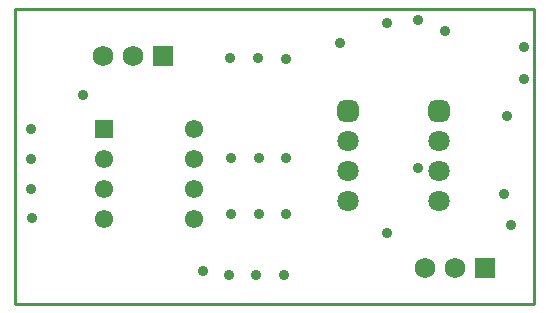
<source format=gbs>
G04*
G04 #@! TF.GenerationSoftware,Altium Limited,Altium Designer,20.2.7 (254)*
G04*
G04 Layer_Color=16711935*
%FSLAX43Y43*%
%MOMM*%
G71*
G04*
G04 #@! TF.SameCoordinates,DF3CF367-A293-4906-87DF-23C10940DAFD*
G04*
G04*
G04 #@! TF.FilePolarity,Negative*
G04*
G01*
G75*
%ADD10C,0.254*%
%ADD30C,1.803*%
G04:AMPARAMS|DCode=31|XSize=1.803mm|YSize=1.803mm|CornerRadius=0.502mm|HoleSize=0mm|Usage=FLASHONLY|Rotation=270.000|XOffset=0mm|YOffset=0mm|HoleType=Round|Shape=RoundedRectangle|*
%AMROUNDEDRECTD31*
21,1,1.803,0.800,0,0,270.0*
21,1,0.800,1.803,0,0,270.0*
1,1,1.003,-0.400,-0.400*
1,1,1.003,-0.400,0.400*
1,1,1.003,0.400,0.400*
1,1,1.003,0.400,-0.400*
%
%ADD31ROUNDEDRECTD31*%
%ADD32R,1.753X1.753*%
%ADD33C,1.753*%
%ADD34C,1.550*%
%ADD35R,1.550X1.550*%
%ADD36C,0.903*%
D10*
X44000Y18750D02*
Y25000D01*
Y0D02*
Y6250D01*
X0Y0D02*
Y25000D01*
X44000D01*
Y6250D02*
Y18750D01*
X0Y0D02*
X44000D01*
D30*
X28231Y8706D02*
D03*
Y11246D02*
D03*
Y13786D02*
D03*
X35897D02*
D03*
Y11246D02*
D03*
Y8706D02*
D03*
D31*
X28231Y16326D02*
D03*
X35897D02*
D03*
D32*
X12540Y21000D02*
D03*
X39862Y3066D02*
D03*
D33*
X10000Y21000D02*
D03*
X7460D02*
D03*
X37322Y3066D02*
D03*
X34782D02*
D03*
D34*
X7566Y7176D02*
D03*
Y9716D02*
D03*
Y12256D02*
D03*
X15186Y14796D02*
D03*
Y12256D02*
D03*
Y9716D02*
D03*
Y7176D02*
D03*
D35*
X7566Y14796D02*
D03*
D36*
X34175Y24036D02*
D03*
X43125Y21748D02*
D03*
X43136Y19069D02*
D03*
X41722Y15919D02*
D03*
X18359Y12328D02*
D03*
X20663Y12386D02*
D03*
X23002D02*
D03*
X31569Y23770D02*
D03*
X22975Y7603D02*
D03*
X20688Y7581D02*
D03*
X18357D02*
D03*
X36439Y23122D02*
D03*
X41993Y6718D02*
D03*
X31493Y5997D02*
D03*
X22984Y20763D02*
D03*
X20637Y20834D02*
D03*
X18281Y20852D02*
D03*
X34189Y11516D02*
D03*
X27543Y22074D02*
D03*
X41448Y9340D02*
D03*
X5777Y17724D02*
D03*
X1438Y7259D02*
D03*
X1423Y9761D02*
D03*
X1408Y12263D02*
D03*
Y14795D02*
D03*
X22846Y2465D02*
D03*
X20455Y2481D02*
D03*
X18146Y2465D02*
D03*
X15978Y2791D02*
D03*
M02*

</source>
